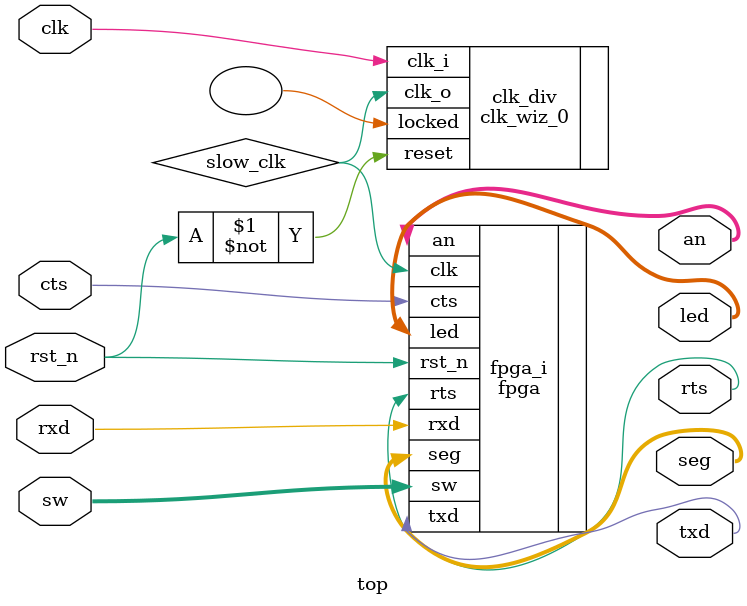
<source format=sv>
module top (
  input  wire         clk,
  input  wire         rst_n,

  input  wire  [15:0] sw,
  output logic [15:0] led,
  output logic [ 7:0] an,
  output logic [ 7:0] seg,

  input  wire         rxd,    // uart
  output wire         rts,
  output wire         txd,
  input  wire         cts
);

  wire slow_clk;

  clk_wiz_0 clk_div (
    .clk_o (slow_clk),
    .reset (~rst_n),
    .locked ( ),
    .clk_i (clk)
  );

  fpga fpga_i (
    .clk (slow_clk),
    .rst_n,
    .sw,
    .led,
    .an,
    .seg,
    .rxd,
    .rts,
    .txd,
    .cts
  );

endmodule

</source>
